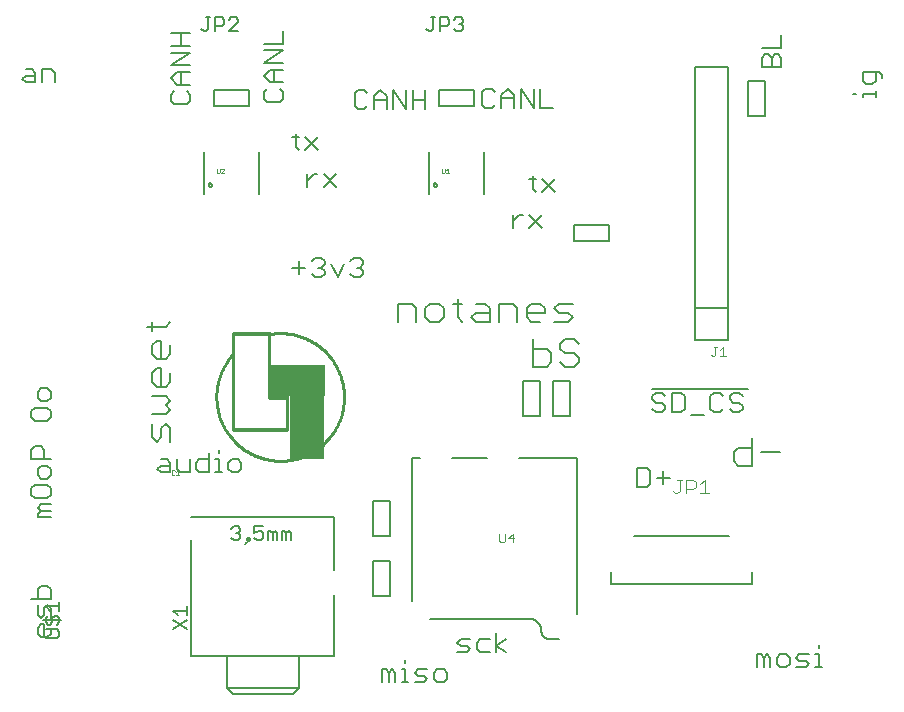
<source format=gto>
G75*
%MOIN*%
%OFA0B0*%
%FSLAX25Y25*%
%IPPOS*%
%LPD*%
%AMOC8*
5,1,8,0,0,1.08239X$1,22.5*
%
%ADD10C,0.01000*%
%ADD11R,0.12400X0.00200*%
%ADD12R,0.00200X0.00200*%
%ADD13R,0.11600X0.00200*%
%ADD14R,0.17800X0.00200*%
%ADD15R,0.18200X0.00200*%
%ADD16R,0.06400X0.00200*%
%ADD17R,0.18600X0.00200*%
%ADD18C,0.00600*%
%ADD19C,0.00800*%
%ADD20C,0.00500*%
%ADD21C,0.00300*%
%ADD22C,0.00400*%
%ADD23C,0.00100*%
D10*
X0077300Y0110979D02*
X0095300Y0110979D01*
X0095300Y0121479D01*
X0089300Y0121479D01*
X0089300Y0121979D02*
X0089300Y0142979D01*
X0077300Y0142979D01*
X0077300Y0110979D01*
X0077000Y0135879D02*
X0076661Y0135482D01*
X0076333Y0135077D01*
X0076014Y0134663D01*
X0075706Y0134242D01*
X0075408Y0133814D01*
X0075120Y0133378D01*
X0074844Y0132936D01*
X0074578Y0132487D01*
X0074323Y0132031D01*
X0074080Y0131570D01*
X0073848Y0131102D01*
X0073628Y0130629D01*
X0073419Y0130151D01*
X0073222Y0129668D01*
X0073037Y0129180D01*
X0072864Y0128687D01*
X0072703Y0128191D01*
X0072554Y0127691D01*
X0072418Y0127187D01*
X0072294Y0126680D01*
X0072182Y0126170D01*
X0072083Y0125658D01*
X0071997Y0125143D01*
X0071923Y0124627D01*
X0071862Y0124108D01*
X0071814Y0123589D01*
X0071778Y0123068D01*
X0071755Y0122547D01*
X0071746Y0122025D01*
X0071748Y0121503D01*
X0071764Y0120982D01*
X0071792Y0120461D01*
X0071833Y0119940D01*
X0071887Y0119421D01*
X0071954Y0118904D01*
X0072033Y0118388D01*
X0072125Y0117874D01*
X0072230Y0117363D01*
X0072347Y0116855D01*
X0072476Y0116349D01*
X0072618Y0115847D01*
X0072772Y0115348D01*
X0072938Y0114854D01*
X0073117Y0114363D01*
X0073307Y0113877D01*
X0073509Y0113396D01*
X0073723Y0112920D01*
X0073949Y0112450D01*
X0074186Y0111985D01*
X0074434Y0111526D01*
X0074693Y0111073D01*
X0074964Y0110627D01*
X0075245Y0110187D01*
X0075537Y0109755D01*
X0075840Y0109330D01*
X0076153Y0108912D01*
X0076476Y0108502D01*
X0076809Y0108100D01*
X0077152Y0107707D01*
X0077504Y0107322D01*
X0077866Y0106946D01*
X0078237Y0106579D01*
X0078616Y0106221D01*
X0079005Y0105872D01*
X0079401Y0105533D01*
X0079806Y0105204D01*
X0080219Y0104885D01*
X0080640Y0104576D01*
X0081068Y0104278D01*
X0081503Y0103990D01*
X0081945Y0103713D01*
X0082394Y0103446D01*
X0082849Y0103191D01*
X0083311Y0102947D01*
X0083778Y0102715D01*
X0084251Y0102494D01*
X0084729Y0102285D01*
X0085212Y0102087D01*
X0085700Y0101902D01*
X0086192Y0101728D01*
X0086688Y0101567D01*
X0087188Y0101417D01*
X0087691Y0101281D01*
X0088198Y0101156D01*
X0088708Y0101044D01*
X0089220Y0100944D01*
X0089735Y0100857D01*
X0090251Y0100783D01*
X0090769Y0100722D01*
X0091289Y0100673D01*
X0091810Y0100637D01*
X0092331Y0100613D01*
X0092853Y0100603D01*
X0093374Y0100605D01*
X0093896Y0100620D01*
X0094417Y0100648D01*
X0094937Y0100688D01*
X0095457Y0100742D01*
X0095974Y0100808D01*
X0096490Y0100887D01*
X0097004Y0100978D01*
X0097515Y0101082D01*
X0098024Y0101198D01*
X0098530Y0101327D01*
X0099032Y0101468D01*
X0099531Y0101622D01*
X0100026Y0101788D01*
X0100516Y0101965D01*
X0101002Y0102155D01*
X0101484Y0102357D01*
X0101960Y0102570D01*
X0102431Y0102795D01*
X0102896Y0103032D01*
X0103355Y0103280D01*
X0103808Y0103539D01*
X0104255Y0103809D01*
X0104694Y0104089D01*
X0105127Y0104381D01*
X0105553Y0104683D01*
X0105971Y0104996D01*
X0106381Y0105318D01*
X0106783Y0105651D01*
X0107177Y0105993D01*
X0107562Y0106345D01*
X0107939Y0106706D01*
X0108306Y0107077D01*
X0108665Y0107456D01*
X0109014Y0107844D01*
X0109353Y0108240D01*
X0109683Y0108645D01*
X0110002Y0109058D01*
X0110311Y0109478D01*
X0110610Y0109906D01*
X0110899Y0110341D01*
X0111176Y0110782D01*
X0111443Y0111231D01*
X0111699Y0111686D01*
X0111943Y0112147D01*
X0112176Y0112614D01*
X0112397Y0113087D01*
X0112607Y0113564D01*
X0112805Y0114047D01*
X0112991Y0114535D01*
X0113165Y0115027D01*
X0113327Y0115523D01*
X0113477Y0116023D01*
X0113615Y0116526D01*
X0113740Y0117033D01*
X0113852Y0117542D01*
X0113952Y0118054D01*
X0114040Y0118569D01*
X0114115Y0119085D01*
X0114177Y0119603D01*
X0114226Y0120123D01*
X0114263Y0120643D01*
X0114287Y0121165D01*
X0114298Y0121686D01*
X0114296Y0122208D01*
X0114282Y0122730D01*
X0114255Y0123251D01*
X0114215Y0123771D01*
X0114162Y0124290D01*
X0114096Y0124808D01*
X0114018Y0125324D01*
X0113927Y0125838D01*
X0113824Y0126350D01*
X0113708Y0126858D01*
X0113580Y0127364D01*
X0113439Y0127867D01*
X0113286Y0128366D01*
X0113121Y0128861D01*
X0112944Y0129351D01*
X0112754Y0129838D01*
X0112553Y0130319D01*
X0112340Y0130796D01*
X0112116Y0131267D01*
X0111880Y0131732D01*
X0111633Y0132192D01*
X0111374Y0132645D01*
X0111105Y0133092D01*
X0110824Y0133532D01*
X0110533Y0133965D01*
X0110231Y0134391D01*
X0109919Y0134809D01*
X0109597Y0135220D01*
X0109265Y0135622D01*
X0108923Y0136016D01*
X0108572Y0136402D01*
X0108211Y0136779D01*
X0107841Y0137147D01*
X0107462Y0137506D01*
X0107074Y0137855D01*
X0106678Y0138195D01*
X0106274Y0138525D01*
X0105862Y0138845D01*
X0105442Y0139155D01*
X0105015Y0139454D01*
X0104580Y0139743D01*
X0104138Y0140021D01*
X0103690Y0140288D01*
X0103235Y0140544D01*
X0102775Y0140789D01*
X0102308Y0141023D01*
X0101836Y0141245D01*
X0101358Y0141455D01*
X0100875Y0141654D01*
X0100388Y0141840D01*
X0099896Y0142015D01*
X0099400Y0142177D01*
X0098901Y0142328D01*
X0098397Y0142466D01*
X0097891Y0142591D01*
X0097382Y0142705D01*
X0096870Y0142805D01*
X0096355Y0142893D01*
X0095839Y0142969D01*
X0095321Y0143031D01*
X0094801Y0143081D01*
X0094281Y0143119D01*
X0093760Y0143143D01*
X0093238Y0143155D01*
X0092716Y0143154D01*
X0092194Y0143140D01*
X0091673Y0143113D01*
X0091153Y0143074D01*
X0090634Y0143022D01*
X0090116Y0142957D01*
X0089600Y0142879D01*
D11*
X0083500Y0143079D03*
D12*
X0077400Y0142879D03*
X0077400Y0142679D03*
X0077400Y0142479D03*
X0077400Y0142279D03*
X0077400Y0142079D03*
X0077400Y0141879D03*
X0077400Y0141679D03*
X0077400Y0141479D03*
X0077400Y0141279D03*
X0077400Y0141079D03*
X0077400Y0140879D03*
X0077400Y0140679D03*
X0077400Y0140479D03*
X0077400Y0140279D03*
X0077400Y0140079D03*
X0077400Y0139879D03*
X0077400Y0139679D03*
X0077400Y0139479D03*
X0077400Y0139279D03*
X0077400Y0139079D03*
X0077400Y0138879D03*
X0077400Y0138679D03*
X0077400Y0138479D03*
X0077400Y0138279D03*
X0077400Y0138079D03*
X0077400Y0137879D03*
X0077400Y0137679D03*
X0077400Y0137479D03*
X0077400Y0137279D03*
X0077400Y0137079D03*
X0077400Y0136879D03*
X0077400Y0136679D03*
X0077400Y0136479D03*
X0077400Y0136279D03*
X0077400Y0136079D03*
X0077400Y0135879D03*
X0077400Y0135679D03*
X0077400Y0135479D03*
X0077400Y0135279D03*
X0077400Y0135079D03*
X0077400Y0134879D03*
X0077400Y0134679D03*
X0077400Y0134479D03*
X0077400Y0134279D03*
X0077400Y0134079D03*
X0077400Y0133879D03*
X0077400Y0133679D03*
X0077400Y0133479D03*
X0077400Y0133279D03*
X0077400Y0133079D03*
X0077400Y0132879D03*
X0077400Y0132679D03*
X0077400Y0132479D03*
X0077400Y0132279D03*
X0077400Y0132079D03*
X0077400Y0131879D03*
X0077400Y0131679D03*
X0077400Y0131479D03*
X0077400Y0131279D03*
X0077400Y0131079D03*
X0077400Y0130879D03*
X0077400Y0130679D03*
X0077400Y0130479D03*
X0077400Y0130279D03*
X0077400Y0130079D03*
X0077400Y0129879D03*
X0077400Y0129679D03*
X0077400Y0129479D03*
X0077400Y0129279D03*
X0077400Y0129079D03*
X0077400Y0128879D03*
X0077400Y0128679D03*
X0077400Y0128479D03*
X0077400Y0128279D03*
X0077400Y0128079D03*
X0077400Y0127879D03*
X0077400Y0127679D03*
X0077400Y0127479D03*
X0077400Y0127279D03*
X0077400Y0127079D03*
X0077400Y0126879D03*
X0077400Y0126679D03*
X0077400Y0126479D03*
X0077400Y0126279D03*
X0077400Y0126079D03*
X0077400Y0125879D03*
X0077400Y0125679D03*
X0077400Y0125479D03*
X0077400Y0125279D03*
X0077400Y0125079D03*
X0077400Y0124879D03*
X0077400Y0124679D03*
X0077400Y0124479D03*
X0077400Y0124279D03*
X0077400Y0124079D03*
X0077400Y0123879D03*
X0077400Y0123679D03*
X0077400Y0123479D03*
X0077400Y0123279D03*
X0077400Y0123079D03*
X0077400Y0122879D03*
X0077400Y0122679D03*
X0077400Y0122479D03*
X0077400Y0122279D03*
X0077400Y0122079D03*
X0077400Y0121879D03*
X0077400Y0121679D03*
X0077400Y0121479D03*
X0077400Y0121279D03*
X0077400Y0121079D03*
X0077400Y0120879D03*
X0077400Y0120679D03*
X0077400Y0120479D03*
X0077400Y0120279D03*
X0077400Y0120079D03*
X0077400Y0119879D03*
X0077400Y0119679D03*
X0077400Y0119479D03*
X0077400Y0119279D03*
X0077400Y0119079D03*
X0077400Y0118879D03*
X0077400Y0118679D03*
X0077400Y0118479D03*
X0077400Y0118279D03*
X0077400Y0118079D03*
X0077400Y0117879D03*
X0077400Y0117679D03*
X0077400Y0117479D03*
X0077400Y0117279D03*
X0077400Y0117079D03*
X0077400Y0116879D03*
X0077400Y0116679D03*
X0077400Y0116479D03*
X0077400Y0116279D03*
X0077400Y0116079D03*
X0077400Y0115879D03*
X0077400Y0115679D03*
X0077400Y0115479D03*
X0077400Y0115279D03*
X0077400Y0115079D03*
X0077400Y0114879D03*
X0077400Y0114679D03*
X0077400Y0114479D03*
X0077400Y0114279D03*
X0077400Y0114079D03*
X0077400Y0113879D03*
X0077400Y0113679D03*
X0077400Y0113479D03*
X0077400Y0113279D03*
X0077400Y0113079D03*
X0077400Y0112879D03*
X0077400Y0112679D03*
X0077400Y0112479D03*
X0077400Y0112279D03*
X0077400Y0112079D03*
X0077400Y0111879D03*
X0077400Y0111679D03*
X0077400Y0111479D03*
X0089600Y0122279D03*
X0089600Y0122479D03*
X0089600Y0122679D03*
X0089600Y0122879D03*
X0089600Y0123079D03*
X0089600Y0123279D03*
X0089600Y0123479D03*
X0089600Y0123679D03*
X0089600Y0123879D03*
X0089600Y0124079D03*
X0089600Y0124279D03*
X0089600Y0124479D03*
X0089600Y0124679D03*
X0089600Y0124879D03*
X0089600Y0125079D03*
X0089600Y0125279D03*
X0089600Y0125479D03*
X0089600Y0125679D03*
X0089600Y0125879D03*
X0089600Y0126079D03*
X0089600Y0126279D03*
X0089600Y0126479D03*
X0089600Y0126679D03*
X0089600Y0126879D03*
X0089600Y0127079D03*
X0089600Y0127279D03*
X0089600Y0127479D03*
X0089600Y0127679D03*
X0089600Y0127879D03*
X0089600Y0128079D03*
X0089600Y0128279D03*
X0089600Y0128479D03*
X0089600Y0128679D03*
X0089600Y0128879D03*
X0089600Y0129079D03*
X0089600Y0129279D03*
X0089600Y0129479D03*
X0089600Y0129679D03*
X0089600Y0129879D03*
X0089600Y0130079D03*
X0089600Y0130279D03*
X0089600Y0130479D03*
X0089600Y0130679D03*
X0089600Y0130879D03*
X0089600Y0131079D03*
X0089600Y0131279D03*
X0089600Y0131479D03*
X0089600Y0131679D03*
X0089600Y0131879D03*
X0089600Y0132079D03*
X0089600Y0132279D03*
X0089600Y0132479D03*
X0089600Y0132679D03*
X0089600Y0132879D03*
X0089600Y0133079D03*
X0089600Y0133279D03*
X0089600Y0133479D03*
X0089600Y0133679D03*
X0089600Y0133879D03*
X0089600Y0134079D03*
X0089600Y0134279D03*
X0089600Y0134479D03*
X0089600Y0134679D03*
X0089600Y0134879D03*
X0089600Y0135079D03*
X0089600Y0135279D03*
X0089600Y0135479D03*
X0089600Y0135679D03*
X0089600Y0135879D03*
X0089600Y0136079D03*
X0089600Y0136279D03*
X0089600Y0136479D03*
X0089600Y0136679D03*
X0089600Y0136879D03*
X0089600Y0137079D03*
X0089600Y0137279D03*
X0089600Y0137479D03*
X0089600Y0137679D03*
X0089600Y0137879D03*
X0089600Y0138079D03*
X0089600Y0138279D03*
X0089600Y0138479D03*
X0089600Y0138679D03*
X0089600Y0138879D03*
X0089600Y0139079D03*
X0089600Y0139279D03*
X0089600Y0139479D03*
X0089600Y0139679D03*
X0089600Y0139879D03*
X0089600Y0140079D03*
X0089600Y0140279D03*
X0089600Y0140479D03*
X0089600Y0140679D03*
X0089600Y0140879D03*
X0089600Y0141079D03*
X0089600Y0141279D03*
X0089600Y0141479D03*
X0089600Y0141679D03*
X0089600Y0141879D03*
X0089600Y0142079D03*
X0089600Y0142279D03*
X0089600Y0142479D03*
X0089600Y0142679D03*
X0089600Y0142879D03*
X0095800Y0121679D03*
X0095800Y0121479D03*
X0095800Y0121279D03*
X0095800Y0121079D03*
X0095800Y0120879D03*
X0095800Y0120679D03*
X0095800Y0120479D03*
X0095800Y0120279D03*
X0095800Y0120079D03*
X0095800Y0119879D03*
X0095800Y0119679D03*
X0095800Y0119479D03*
X0095800Y0119279D03*
X0095800Y0119079D03*
X0095800Y0118879D03*
X0095800Y0118679D03*
X0095800Y0118479D03*
X0095800Y0118279D03*
X0095800Y0118079D03*
X0095800Y0117879D03*
X0095800Y0117679D03*
X0095800Y0117479D03*
X0095800Y0117279D03*
X0095800Y0117079D03*
X0095800Y0116879D03*
X0095800Y0116679D03*
X0095800Y0116479D03*
X0095800Y0116279D03*
X0095800Y0116079D03*
X0095800Y0115879D03*
X0095800Y0115679D03*
X0095800Y0115479D03*
X0095800Y0115279D03*
X0095800Y0115079D03*
X0095800Y0114879D03*
X0095800Y0114679D03*
X0095800Y0114479D03*
X0095800Y0114279D03*
X0095800Y0114079D03*
X0095800Y0113879D03*
X0095800Y0113679D03*
X0095800Y0113479D03*
X0095800Y0113279D03*
X0095800Y0113079D03*
X0095800Y0112879D03*
X0095800Y0112679D03*
X0095800Y0112479D03*
X0095800Y0112279D03*
X0095800Y0112079D03*
X0095800Y0111879D03*
X0095800Y0111679D03*
X0095800Y0111479D03*
D13*
X0101900Y0111479D03*
X0101900Y0111679D03*
X0101900Y0111879D03*
X0101900Y0112079D03*
X0101900Y0112279D03*
X0101900Y0112479D03*
X0101900Y0112679D03*
X0101900Y0112879D03*
X0101900Y0113079D03*
X0101900Y0113279D03*
X0101900Y0113479D03*
X0101900Y0113679D03*
X0101900Y0113879D03*
X0101900Y0114079D03*
X0101900Y0114279D03*
X0101900Y0114479D03*
X0101900Y0114679D03*
X0101900Y0114879D03*
X0101900Y0115079D03*
X0101900Y0115279D03*
X0101900Y0115479D03*
X0101900Y0115679D03*
X0101900Y0115879D03*
X0101900Y0116079D03*
X0101900Y0116279D03*
X0101900Y0116479D03*
X0101900Y0116679D03*
X0101900Y0116879D03*
X0101900Y0117079D03*
X0101900Y0117279D03*
X0101900Y0117479D03*
X0101900Y0117679D03*
X0101900Y0117879D03*
X0101900Y0118079D03*
X0101900Y0118279D03*
X0101900Y0118479D03*
X0101900Y0118679D03*
X0101900Y0118879D03*
X0101900Y0119079D03*
X0101900Y0119279D03*
X0101900Y0119479D03*
X0101900Y0119679D03*
X0101900Y0119879D03*
X0101900Y0120079D03*
X0101900Y0120279D03*
X0101900Y0120479D03*
X0101900Y0120679D03*
X0101900Y0120879D03*
X0101900Y0121079D03*
X0101900Y0121279D03*
X0101900Y0121479D03*
X0101900Y0121679D03*
X0101900Y0121879D03*
X0101900Y0111279D03*
X0101900Y0111079D03*
X0101900Y0110879D03*
X0101900Y0110679D03*
X0101900Y0110479D03*
X0101900Y0110279D03*
X0101900Y0110079D03*
X0101900Y0109879D03*
X0101900Y0109679D03*
X0101900Y0109479D03*
X0101900Y0109279D03*
X0101900Y0109079D03*
X0101900Y0108879D03*
X0101900Y0108679D03*
X0101900Y0108479D03*
X0101900Y0108279D03*
X0101900Y0108079D03*
X0101900Y0107879D03*
X0101900Y0107679D03*
X0101900Y0107479D03*
X0101900Y0107279D03*
X0101900Y0107079D03*
X0101900Y0106879D03*
X0101900Y0106679D03*
X0101900Y0106479D03*
X0101900Y0106279D03*
X0101900Y0106079D03*
X0101900Y0105879D03*
X0101900Y0105679D03*
X0101900Y0105479D03*
X0101900Y0105279D03*
X0101900Y0105079D03*
X0101900Y0104879D03*
X0101900Y0104679D03*
X0101900Y0104479D03*
X0101900Y0104279D03*
X0101900Y0104079D03*
X0101900Y0103879D03*
X0101900Y0103679D03*
X0101900Y0103479D03*
X0101900Y0103279D03*
X0101900Y0103079D03*
X0101900Y0102879D03*
X0101900Y0102679D03*
X0101900Y0102479D03*
X0101900Y0102279D03*
X0101900Y0102079D03*
X0101900Y0101879D03*
X0101900Y0101679D03*
X0101900Y0101479D03*
X0101900Y0101279D03*
X0101900Y0101079D03*
X0083500Y0142879D03*
D14*
X0098800Y0132079D03*
X0098800Y0131879D03*
X0098800Y0131679D03*
X0098800Y0131479D03*
X0098800Y0131279D03*
X0098800Y0131079D03*
X0098800Y0130879D03*
X0098800Y0130679D03*
X0098800Y0130479D03*
X0098800Y0130279D03*
X0098800Y0130079D03*
X0098800Y0129879D03*
X0098800Y0129679D03*
X0098800Y0129479D03*
X0098800Y0129279D03*
X0098800Y0129079D03*
X0098800Y0128879D03*
X0098800Y0128679D03*
X0098800Y0128479D03*
X0098800Y0128279D03*
X0098800Y0128079D03*
X0098800Y0127879D03*
X0098800Y0127679D03*
X0098800Y0127479D03*
X0098800Y0127279D03*
X0098800Y0127079D03*
X0098800Y0126879D03*
X0098800Y0126679D03*
X0098800Y0126479D03*
X0098800Y0126279D03*
X0098800Y0126079D03*
X0098800Y0125879D03*
X0098800Y0125679D03*
X0098800Y0125479D03*
X0098800Y0125279D03*
X0098800Y0125079D03*
X0098800Y0124879D03*
X0098800Y0124679D03*
X0098800Y0124479D03*
X0098800Y0124279D03*
X0098800Y0124079D03*
X0098800Y0123879D03*
X0098800Y0123679D03*
X0098800Y0123479D03*
X0098800Y0123279D03*
X0098800Y0123079D03*
X0098800Y0122879D03*
X0098800Y0122679D03*
X0098800Y0122479D03*
X0098800Y0122279D03*
D15*
X0098600Y0122079D03*
D16*
X0092700Y0121879D03*
D17*
X0086600Y0111279D03*
X0086600Y0111079D03*
D18*
X0013297Y0041779D02*
X0012230Y0042846D01*
X0012230Y0044981D01*
X0013297Y0046049D01*
X0014365Y0046049D01*
X0014365Y0041779D01*
X0015432Y0041779D02*
X0013297Y0041779D01*
X0015432Y0041779D02*
X0016500Y0042846D01*
X0016500Y0044981D01*
X0016500Y0048224D02*
X0016500Y0051427D01*
X0015432Y0052495D01*
X0014365Y0051427D01*
X0014365Y0049292D01*
X0013297Y0048224D01*
X0012230Y0049292D01*
X0012230Y0052495D01*
X0012230Y0054670D02*
X0012230Y0057872D01*
X0013297Y0058940D01*
X0015432Y0058940D01*
X0016500Y0057872D01*
X0016500Y0054670D01*
X0010095Y0054670D01*
X0012230Y0081779D02*
X0012230Y0082846D01*
X0013297Y0083914D01*
X0012230Y0084981D01*
X0013297Y0086049D01*
X0016500Y0086049D01*
X0016500Y0083914D02*
X0013297Y0083914D01*
X0012230Y0081779D02*
X0016500Y0081779D01*
X0015432Y0088224D02*
X0011162Y0088224D01*
X0010095Y0089292D01*
X0010095Y0091427D01*
X0011162Y0092495D01*
X0015432Y0092495D01*
X0016500Y0091427D01*
X0016500Y0089292D01*
X0015432Y0088224D01*
X0015432Y0094670D02*
X0013297Y0094670D01*
X0012230Y0095737D01*
X0012230Y0097872D01*
X0013297Y0098940D01*
X0015432Y0098940D01*
X0016500Y0097872D01*
X0016500Y0095737D01*
X0015432Y0094670D01*
X0014365Y0101115D02*
X0014365Y0104318D01*
X0013297Y0105386D01*
X0011162Y0105386D01*
X0010095Y0104318D01*
X0010095Y0101115D01*
X0016500Y0101115D01*
X0015432Y0114006D02*
X0011162Y0114006D01*
X0010095Y0115074D01*
X0010095Y0117209D01*
X0011162Y0118277D01*
X0015432Y0118277D01*
X0016500Y0117209D01*
X0016500Y0115074D01*
X0015432Y0114006D01*
X0015432Y0120452D02*
X0013297Y0120452D01*
X0012230Y0121519D01*
X0012230Y0123654D01*
X0013297Y0124722D01*
X0015432Y0124722D01*
X0016500Y0123654D01*
X0016500Y0121519D01*
X0015432Y0120452D01*
X0053168Y0101049D02*
X0055303Y0101049D01*
X0056370Y0099981D01*
X0056370Y0096779D01*
X0053168Y0096779D01*
X0052100Y0097846D01*
X0053168Y0098914D01*
X0056370Y0098914D01*
X0058545Y0097846D02*
X0059613Y0096779D01*
X0062816Y0096779D01*
X0062816Y0101049D01*
X0064991Y0099981D02*
X0066059Y0101049D01*
X0069261Y0101049D01*
X0069261Y0103184D02*
X0069261Y0096779D01*
X0066059Y0096779D01*
X0064991Y0097846D01*
X0064991Y0099981D01*
X0058545Y0101049D02*
X0058545Y0097846D01*
X0071436Y0096779D02*
X0073572Y0096779D01*
X0072504Y0096779D02*
X0072504Y0101049D01*
X0071436Y0101049D01*
X0072504Y0103184D02*
X0072504Y0104252D01*
X0075733Y0099981D02*
X0076801Y0101049D01*
X0078936Y0101049D01*
X0080004Y0099981D01*
X0080004Y0097846D01*
X0078936Y0096779D01*
X0076801Y0096779D01*
X0075733Y0097846D01*
X0075733Y0099981D01*
X0063406Y0081802D02*
X0063406Y0081794D01*
X0063406Y0081802D02*
X0110981Y0081802D01*
X0110981Y0064294D01*
X0110981Y0055794D02*
X0110981Y0035644D01*
X0099194Y0035644D01*
X0075194Y0035644D01*
X0063406Y0035644D01*
X0063406Y0074294D01*
X0075194Y0035644D02*
X0075194Y0024825D01*
X0099194Y0024825D01*
X0097194Y0022825D01*
X0077194Y0022825D01*
X0075194Y0024825D01*
X0099194Y0024825D02*
X0099194Y0035644D01*
X0127100Y0031049D02*
X0127100Y0026779D01*
X0129235Y0026779D02*
X0129235Y0029981D01*
X0130303Y0031049D01*
X0131370Y0029981D01*
X0131370Y0026779D01*
X0133545Y0026779D02*
X0135681Y0026779D01*
X0134613Y0026779D02*
X0134613Y0031049D01*
X0133545Y0031049D01*
X0134613Y0033184D02*
X0134613Y0034252D01*
X0137842Y0029981D02*
X0138910Y0031049D01*
X0142113Y0031049D01*
X0141045Y0028914D02*
X0138910Y0028914D01*
X0137842Y0029981D01*
X0137842Y0026779D02*
X0141045Y0026779D01*
X0142113Y0027846D01*
X0141045Y0028914D01*
X0144288Y0029981D02*
X0145356Y0031049D01*
X0147491Y0031049D01*
X0148558Y0029981D01*
X0148558Y0027846D01*
X0147491Y0026779D01*
X0145356Y0026779D01*
X0144288Y0027846D01*
X0144288Y0029981D01*
X0152100Y0036779D02*
X0155303Y0036779D01*
X0156370Y0037846D01*
X0155303Y0038914D01*
X0153168Y0038914D01*
X0152100Y0039981D01*
X0153168Y0041049D01*
X0156370Y0041049D01*
X0158545Y0039981D02*
X0158545Y0037846D01*
X0159613Y0036779D01*
X0162816Y0036779D01*
X0164991Y0036779D02*
X0164991Y0043184D01*
X0162816Y0041049D02*
X0159613Y0041049D01*
X0158545Y0039981D01*
X0164991Y0038914D02*
X0168194Y0041049D01*
X0164991Y0038914D02*
X0168194Y0036779D01*
X0129235Y0029981D02*
X0128168Y0031049D01*
X0127100Y0031049D01*
X0212100Y0091779D02*
X0215303Y0091779D01*
X0216370Y0092846D01*
X0216370Y0097117D01*
X0215303Y0098184D01*
X0212100Y0098184D01*
X0212100Y0091779D01*
X0218545Y0094981D02*
X0222816Y0094981D01*
X0220681Y0092846D02*
X0220681Y0097117D01*
X0220303Y0116779D02*
X0218168Y0116779D01*
X0217100Y0117846D01*
X0218168Y0119981D02*
X0220303Y0119981D01*
X0221370Y0118914D01*
X0221370Y0117846D01*
X0220303Y0116779D01*
X0223545Y0116779D02*
X0226748Y0116779D01*
X0227816Y0117846D01*
X0227816Y0122117D01*
X0226748Y0123184D01*
X0223545Y0123184D01*
X0223545Y0116779D01*
X0218168Y0119981D02*
X0217100Y0121049D01*
X0217100Y0122117D01*
X0218168Y0123184D01*
X0220303Y0123184D01*
X0221370Y0122117D01*
X0216800Y0124379D02*
X0249028Y0124379D01*
X0247152Y0122117D02*
X0246085Y0123184D01*
X0243950Y0123184D01*
X0242882Y0122117D01*
X0242882Y0121049D01*
X0243950Y0119981D01*
X0246085Y0119981D01*
X0247152Y0118914D01*
X0247152Y0117846D01*
X0246085Y0116779D01*
X0243950Y0116779D01*
X0242882Y0117846D01*
X0240707Y0117846D02*
X0239639Y0116779D01*
X0237504Y0116779D01*
X0236436Y0117846D01*
X0236436Y0122117D01*
X0237504Y0123184D01*
X0239639Y0123184D01*
X0240707Y0122117D01*
X0234261Y0115711D02*
X0229991Y0115711D01*
X0180242Y0178279D02*
X0175971Y0182549D01*
X0173803Y0182549D02*
X0172735Y0182549D01*
X0170600Y0180414D01*
X0170600Y0178279D02*
X0170600Y0182549D01*
X0175971Y0178279D02*
X0180242Y0182549D01*
X0180397Y0190279D02*
X0184667Y0194549D01*
X0180397Y0194549D02*
X0184667Y0190279D01*
X0178235Y0190279D02*
X0177168Y0191346D01*
X0177168Y0195617D01*
X0178235Y0194549D02*
X0176100Y0194549D01*
X0161099Y0189380D02*
X0161099Y0203577D01*
X0161386Y0218279D02*
X0163521Y0218279D01*
X0164588Y0219346D01*
X0166763Y0218279D02*
X0166763Y0222549D01*
X0168899Y0224684D01*
X0171034Y0222549D01*
X0171034Y0218279D01*
X0173209Y0218279D02*
X0173209Y0224684D01*
X0177479Y0218279D01*
X0177479Y0224684D01*
X0179654Y0224684D02*
X0179654Y0218279D01*
X0183925Y0218279D01*
X0171034Y0221481D02*
X0166763Y0221481D01*
X0164588Y0223617D02*
X0163521Y0224684D01*
X0161386Y0224684D01*
X0160318Y0223617D01*
X0160318Y0219346D01*
X0161386Y0218279D01*
X0141425Y0217779D02*
X0141425Y0224184D01*
X0141425Y0220981D02*
X0137154Y0220981D01*
X0137154Y0217779D02*
X0137154Y0224184D01*
X0134979Y0224184D02*
X0134979Y0217779D01*
X0130709Y0224184D01*
X0130709Y0217779D01*
X0128534Y0217779D02*
X0128534Y0222049D01*
X0126399Y0224184D01*
X0124263Y0222049D01*
X0124263Y0217779D01*
X0122088Y0218846D02*
X0121021Y0217779D01*
X0118886Y0217779D01*
X0117818Y0218846D01*
X0117818Y0223117D01*
X0118886Y0224184D01*
X0121021Y0224184D01*
X0122088Y0223117D01*
X0124263Y0220981D02*
X0128534Y0220981D01*
X0142501Y0203577D02*
X0142501Y0189380D01*
X0120707Y0167117D02*
X0120707Y0166049D01*
X0119639Y0164981D01*
X0120707Y0163914D01*
X0120707Y0162846D01*
X0119639Y0161779D01*
X0117504Y0161779D01*
X0116436Y0162846D01*
X0118572Y0164981D02*
X0119639Y0164981D01*
X0120707Y0167117D02*
X0119639Y0168184D01*
X0117504Y0168184D01*
X0116436Y0167117D01*
X0114261Y0166049D02*
X0112126Y0161779D01*
X0109991Y0166049D01*
X0107816Y0166049D02*
X0106748Y0164981D01*
X0107816Y0163914D01*
X0107816Y0162846D01*
X0106748Y0161779D01*
X0104613Y0161779D01*
X0103545Y0162846D01*
X0105681Y0164981D02*
X0106748Y0164981D01*
X0107816Y0166049D02*
X0107816Y0167117D01*
X0106748Y0168184D01*
X0104613Y0168184D01*
X0103545Y0167117D01*
X0101370Y0164981D02*
X0097100Y0164981D01*
X0099235Y0162846D02*
X0099235Y0167117D01*
X0086099Y0189380D02*
X0086099Y0203577D01*
X0097100Y0208549D02*
X0099235Y0208549D01*
X0098168Y0209617D02*
X0098168Y0205346D01*
X0099235Y0204279D01*
X0101397Y0204279D02*
X0105667Y0208549D01*
X0101397Y0208549D02*
X0105667Y0204279D01*
X0105303Y0196049D02*
X0104235Y0196049D01*
X0102100Y0193914D01*
X0102100Y0191779D02*
X0102100Y0196049D01*
X0107471Y0196049D02*
X0111742Y0191779D01*
X0111742Y0196049D02*
X0107471Y0191779D01*
X0092932Y0220279D02*
X0088662Y0220279D01*
X0087595Y0221346D01*
X0087595Y0223481D01*
X0088662Y0224549D01*
X0089730Y0226724D02*
X0087595Y0228859D01*
X0089730Y0230995D01*
X0094000Y0230995D01*
X0094000Y0233170D02*
X0087595Y0233170D01*
X0094000Y0237440D01*
X0087595Y0237440D01*
X0087595Y0239615D02*
X0094000Y0239615D01*
X0094000Y0243886D01*
X0090797Y0230995D02*
X0090797Y0226724D01*
X0089730Y0226724D02*
X0094000Y0226724D01*
X0092932Y0224549D02*
X0094000Y0223481D01*
X0094000Y0221346D01*
X0092932Y0220279D01*
X0067501Y0203577D02*
X0067501Y0189380D01*
X0061932Y0219497D02*
X0057662Y0219497D01*
X0056595Y0220564D01*
X0056595Y0222699D01*
X0057662Y0223767D01*
X0058730Y0225942D02*
X0056595Y0228077D01*
X0058730Y0230213D01*
X0063000Y0230213D01*
X0063000Y0232388D02*
X0056595Y0232388D01*
X0063000Y0236658D01*
X0056595Y0236658D01*
X0056595Y0238833D02*
X0063000Y0238833D01*
X0059797Y0238833D02*
X0059797Y0243104D01*
X0056595Y0243104D02*
X0063000Y0243104D01*
X0059797Y0230213D02*
X0059797Y0225942D01*
X0058730Y0225942D02*
X0063000Y0225942D01*
X0061932Y0223767D02*
X0063000Y0222699D01*
X0063000Y0220564D01*
X0061932Y0219497D01*
X0017816Y0226779D02*
X0017816Y0229981D01*
X0016748Y0231049D01*
X0013545Y0231049D01*
X0013545Y0226779D01*
X0011370Y0226779D02*
X0011370Y0229981D01*
X0010303Y0231049D01*
X0008168Y0231049D01*
X0008168Y0228914D02*
X0011370Y0228914D01*
X0011370Y0226779D02*
X0008168Y0226779D01*
X0007100Y0227846D01*
X0008168Y0228914D01*
X0253595Y0231779D02*
X0253595Y0234981D01*
X0254662Y0236049D01*
X0255730Y0236049D01*
X0256797Y0234981D01*
X0256797Y0231779D01*
X0253595Y0231779D02*
X0260000Y0231779D01*
X0260000Y0234981D01*
X0258932Y0236049D01*
X0257865Y0236049D01*
X0256797Y0234981D01*
X0253595Y0238224D02*
X0260000Y0238224D01*
X0260000Y0242495D01*
X0284027Y0222846D02*
X0285095Y0222846D01*
X0287230Y0222846D02*
X0291500Y0222846D01*
X0291500Y0221779D02*
X0291500Y0223914D01*
X0290432Y0226076D02*
X0291500Y0227143D01*
X0291500Y0230346D01*
X0292568Y0230346D02*
X0287230Y0230346D01*
X0287230Y0227143D01*
X0288297Y0226076D01*
X0290432Y0226076D01*
X0293635Y0228211D02*
X0293635Y0229278D01*
X0292568Y0230346D01*
X0287230Y0222846D02*
X0287230Y0221779D01*
X0272504Y0039252D02*
X0272504Y0038184D01*
X0272504Y0036049D02*
X0271436Y0036049D01*
X0272504Y0036049D02*
X0272504Y0031779D01*
X0271436Y0031779D02*
X0273572Y0031779D01*
X0269261Y0032846D02*
X0268194Y0033914D01*
X0266059Y0033914D01*
X0264991Y0034981D01*
X0266059Y0036049D01*
X0269261Y0036049D01*
X0269261Y0032846D02*
X0268194Y0031779D01*
X0264991Y0031779D01*
X0262816Y0032846D02*
X0262816Y0034981D01*
X0261748Y0036049D01*
X0259613Y0036049D01*
X0258545Y0034981D01*
X0258545Y0032846D01*
X0259613Y0031779D01*
X0261748Y0031779D01*
X0262816Y0032846D01*
X0256370Y0031779D02*
X0256370Y0034981D01*
X0255303Y0036049D01*
X0254235Y0034981D01*
X0254235Y0031779D01*
X0252100Y0031779D02*
X0252100Y0036049D01*
X0253168Y0036049D01*
X0254235Y0034981D01*
D19*
X0250422Y0059668D02*
X0250422Y0063605D01*
X0250422Y0059668D02*
X0203178Y0059668D01*
X0203178Y0063605D01*
X0211052Y0075416D02*
X0242548Y0075416D01*
X0245735Y0098879D02*
X0244200Y0100413D01*
X0244200Y0103483D01*
X0245735Y0105017D01*
X0250339Y0105017D01*
X0253408Y0103483D02*
X0259546Y0103483D01*
X0250339Y0108087D02*
X0250339Y0098879D01*
X0245735Y0098879D01*
X0191918Y0101479D02*
X0172627Y0101479D01*
X0161997Y0101479D02*
X0150186Y0101479D01*
X0139556Y0101479D02*
X0136800Y0101479D01*
X0136800Y0053841D01*
X0129500Y0055679D02*
X0124100Y0055679D01*
X0124100Y0067279D01*
X0129500Y0067279D01*
X0129500Y0055679D01*
X0143099Y0047935D02*
X0176170Y0047935D01*
X0176170Y0047936D02*
X0176296Y0047931D01*
X0176421Y0047922D01*
X0176546Y0047909D01*
X0176670Y0047892D01*
X0176794Y0047872D01*
X0176917Y0047848D01*
X0177039Y0047820D01*
X0177160Y0047788D01*
X0177280Y0047752D01*
X0177399Y0047713D01*
X0177517Y0047670D01*
X0177633Y0047623D01*
X0177748Y0047573D01*
X0177862Y0047519D01*
X0177973Y0047461D01*
X0178083Y0047401D01*
X0178190Y0047336D01*
X0178296Y0047269D01*
X0178400Y0047198D01*
X0178501Y0047124D01*
X0178600Y0047047D01*
X0178697Y0046967D01*
X0178791Y0046884D01*
X0178882Y0046799D01*
X0178971Y0046710D01*
X0179056Y0046619D01*
X0179139Y0046525D01*
X0179219Y0046428D01*
X0179296Y0046329D01*
X0179370Y0046228D01*
X0179441Y0046124D01*
X0179508Y0046018D01*
X0179573Y0045911D01*
X0179633Y0045801D01*
X0179691Y0045690D01*
X0179745Y0045576D01*
X0179795Y0045461D01*
X0179842Y0045345D01*
X0179885Y0045227D01*
X0179924Y0045108D01*
X0179960Y0044988D01*
X0179992Y0044867D01*
X0180020Y0044745D01*
X0180044Y0044622D01*
X0180064Y0044498D01*
X0180081Y0044374D01*
X0180094Y0044249D01*
X0180103Y0044124D01*
X0180108Y0043998D01*
X0180107Y0043999D02*
X0180101Y0043898D01*
X0180099Y0043798D01*
X0180101Y0043697D01*
X0180107Y0043597D01*
X0180117Y0043497D01*
X0180131Y0043397D01*
X0180149Y0043298D01*
X0180171Y0043200D01*
X0180196Y0043103D01*
X0180225Y0043006D01*
X0180258Y0042911D01*
X0180295Y0042818D01*
X0180336Y0042726D01*
X0180380Y0042635D01*
X0180427Y0042546D01*
X0180478Y0042460D01*
X0180532Y0042375D01*
X0180590Y0042292D01*
X0180650Y0042212D01*
X0180714Y0042135D01*
X0180781Y0042059D01*
X0180851Y0041987D01*
X0180923Y0041917D01*
X0180999Y0041850D01*
X0181076Y0041786D01*
X0181156Y0041726D01*
X0181239Y0041668D01*
X0181324Y0041614D01*
X0181410Y0041563D01*
X0181499Y0041516D01*
X0181590Y0041472D01*
X0181682Y0041431D01*
X0181775Y0041394D01*
X0181870Y0041361D01*
X0181967Y0041332D01*
X0182064Y0041307D01*
X0182162Y0041285D01*
X0182261Y0041267D01*
X0182361Y0041253D01*
X0182461Y0041243D01*
X0182561Y0041237D01*
X0182662Y0041235D01*
X0182762Y0041237D01*
X0182863Y0041243D01*
X0186013Y0041243D01*
X0191918Y0049510D02*
X0191918Y0101479D01*
X0189500Y0115679D02*
X0184100Y0115679D01*
X0184100Y0127279D01*
X0189500Y0127279D01*
X0189500Y0115679D01*
X0179500Y0115679D02*
X0174100Y0115679D01*
X0174100Y0127279D01*
X0179500Y0127279D01*
X0179500Y0115679D01*
X0177200Y0131879D02*
X0181804Y0131879D01*
X0183339Y0133413D01*
X0183339Y0136483D01*
X0181804Y0138017D01*
X0177200Y0138017D01*
X0177200Y0141087D02*
X0177200Y0131879D01*
X0186408Y0133413D02*
X0187942Y0131879D01*
X0191012Y0131879D01*
X0192546Y0133413D01*
X0192546Y0134948D01*
X0191012Y0136483D01*
X0187942Y0136483D01*
X0186408Y0138017D01*
X0186408Y0139552D01*
X0187942Y0141087D01*
X0191012Y0141087D01*
X0192546Y0139552D01*
X0188982Y0146879D02*
X0184378Y0146879D01*
X0185913Y0149948D02*
X0184378Y0151483D01*
X0185913Y0153017D01*
X0190516Y0153017D01*
X0188982Y0149948D02*
X0185913Y0149948D01*
X0188982Y0149948D02*
X0190516Y0148413D01*
X0188982Y0146879D01*
X0181309Y0149948D02*
X0175170Y0149948D01*
X0175170Y0148413D02*
X0175170Y0151483D01*
X0176705Y0153017D01*
X0179774Y0153017D01*
X0181309Y0151483D01*
X0181309Y0149948D01*
X0179774Y0146879D02*
X0176705Y0146879D01*
X0175170Y0148413D01*
X0172101Y0146879D02*
X0172101Y0151483D01*
X0170566Y0153017D01*
X0165962Y0153017D01*
X0165962Y0146879D01*
X0162893Y0146879D02*
X0158289Y0146879D01*
X0156754Y0148413D01*
X0158289Y0149948D01*
X0162893Y0149948D01*
X0162893Y0151483D02*
X0162893Y0146879D01*
X0162893Y0151483D02*
X0161358Y0153017D01*
X0158289Y0153017D01*
X0153685Y0153017D02*
X0150616Y0153017D01*
X0152150Y0154552D02*
X0152150Y0148413D01*
X0153685Y0146879D01*
X0147546Y0148413D02*
X0147546Y0151483D01*
X0146012Y0153017D01*
X0142942Y0153017D01*
X0141408Y0151483D01*
X0141408Y0148413D01*
X0142942Y0146879D01*
X0146012Y0146879D01*
X0147546Y0148413D01*
X0138339Y0146879D02*
X0138339Y0151483D01*
X0136804Y0153017D01*
X0132200Y0153017D01*
X0132200Y0146879D01*
X0144135Y0192579D02*
X0144137Y0192626D01*
X0144143Y0192673D01*
X0144153Y0192720D01*
X0144166Y0192765D01*
X0144184Y0192809D01*
X0144205Y0192851D01*
X0144229Y0192892D01*
X0144257Y0192930D01*
X0144288Y0192966D01*
X0144322Y0192999D01*
X0144358Y0193029D01*
X0144397Y0193056D01*
X0144438Y0193080D01*
X0144481Y0193100D01*
X0144525Y0193116D01*
X0144571Y0193129D01*
X0144617Y0193138D01*
X0144665Y0193143D01*
X0144712Y0193144D01*
X0144759Y0193141D01*
X0144806Y0193134D01*
X0144852Y0193123D01*
X0144897Y0193109D01*
X0144941Y0193090D01*
X0144982Y0193068D01*
X0145022Y0193043D01*
X0145060Y0193014D01*
X0145095Y0192983D01*
X0145128Y0192948D01*
X0145157Y0192911D01*
X0145183Y0192872D01*
X0145206Y0192830D01*
X0145225Y0192787D01*
X0145241Y0192742D01*
X0145253Y0192696D01*
X0145261Y0192650D01*
X0145265Y0192603D01*
X0145265Y0192555D01*
X0145261Y0192508D01*
X0145253Y0192462D01*
X0145241Y0192416D01*
X0145225Y0192371D01*
X0145206Y0192328D01*
X0145183Y0192286D01*
X0145157Y0192247D01*
X0145128Y0192210D01*
X0145095Y0192175D01*
X0145060Y0192144D01*
X0145022Y0192115D01*
X0144983Y0192090D01*
X0144941Y0192068D01*
X0144897Y0192049D01*
X0144852Y0192035D01*
X0144806Y0192024D01*
X0144759Y0192017D01*
X0144712Y0192014D01*
X0144665Y0192015D01*
X0144617Y0192020D01*
X0144571Y0192029D01*
X0144525Y0192042D01*
X0144481Y0192058D01*
X0144438Y0192078D01*
X0144397Y0192102D01*
X0144358Y0192129D01*
X0144322Y0192159D01*
X0144288Y0192192D01*
X0144257Y0192228D01*
X0144229Y0192266D01*
X0144205Y0192307D01*
X0144184Y0192349D01*
X0144166Y0192393D01*
X0144153Y0192438D01*
X0144143Y0192485D01*
X0144137Y0192532D01*
X0144135Y0192579D01*
X0146000Y0218779D02*
X0146000Y0224179D01*
X0157600Y0224179D01*
X0157600Y0218779D01*
X0146000Y0218779D01*
X0191000Y0179179D02*
X0202600Y0179179D01*
X0202600Y0173779D01*
X0191000Y0173779D01*
X0191000Y0179179D01*
X0249100Y0215679D02*
X0254500Y0215679D01*
X0254500Y0227279D01*
X0249100Y0227279D01*
X0249100Y0215679D01*
X0129500Y0087279D02*
X0124100Y0087279D01*
X0124100Y0075679D01*
X0129500Y0075679D01*
X0129500Y0087279D01*
X0056400Y0106879D02*
X0056400Y0111483D01*
X0054865Y0113017D01*
X0053331Y0111483D01*
X0053331Y0108413D01*
X0051796Y0106879D01*
X0050261Y0108413D01*
X0050261Y0113017D01*
X0050261Y0116087D02*
X0054865Y0116087D01*
X0056400Y0117621D01*
X0054865Y0119156D01*
X0056400Y0120691D01*
X0054865Y0122225D01*
X0050261Y0122225D01*
X0051796Y0125294D02*
X0050261Y0126829D01*
X0050261Y0129898D01*
X0051796Y0131433D01*
X0053331Y0131433D01*
X0053331Y0125294D01*
X0054865Y0125294D02*
X0051796Y0125294D01*
X0054865Y0125294D02*
X0056400Y0126829D01*
X0056400Y0129898D01*
X0054865Y0134502D02*
X0051796Y0134502D01*
X0050261Y0136037D01*
X0050261Y0139106D01*
X0051796Y0140641D01*
X0053331Y0140641D01*
X0053331Y0134502D01*
X0054865Y0134502D02*
X0056400Y0136037D01*
X0056400Y0139106D01*
X0054865Y0145245D02*
X0048727Y0145245D01*
X0050261Y0146779D02*
X0050261Y0143710D01*
X0054865Y0145245D02*
X0056400Y0146779D01*
X0069135Y0192579D02*
X0069137Y0192626D01*
X0069143Y0192673D01*
X0069153Y0192720D01*
X0069166Y0192765D01*
X0069184Y0192809D01*
X0069205Y0192851D01*
X0069229Y0192892D01*
X0069257Y0192930D01*
X0069288Y0192966D01*
X0069322Y0192999D01*
X0069358Y0193029D01*
X0069397Y0193056D01*
X0069438Y0193080D01*
X0069481Y0193100D01*
X0069525Y0193116D01*
X0069571Y0193129D01*
X0069617Y0193138D01*
X0069665Y0193143D01*
X0069712Y0193144D01*
X0069759Y0193141D01*
X0069806Y0193134D01*
X0069852Y0193123D01*
X0069897Y0193109D01*
X0069941Y0193090D01*
X0069982Y0193068D01*
X0070022Y0193043D01*
X0070060Y0193014D01*
X0070095Y0192983D01*
X0070128Y0192948D01*
X0070157Y0192911D01*
X0070183Y0192872D01*
X0070206Y0192830D01*
X0070225Y0192787D01*
X0070241Y0192742D01*
X0070253Y0192696D01*
X0070261Y0192650D01*
X0070265Y0192603D01*
X0070265Y0192555D01*
X0070261Y0192508D01*
X0070253Y0192462D01*
X0070241Y0192416D01*
X0070225Y0192371D01*
X0070206Y0192328D01*
X0070183Y0192286D01*
X0070157Y0192247D01*
X0070128Y0192210D01*
X0070095Y0192175D01*
X0070060Y0192144D01*
X0070022Y0192115D01*
X0069983Y0192090D01*
X0069941Y0192068D01*
X0069897Y0192049D01*
X0069852Y0192035D01*
X0069806Y0192024D01*
X0069759Y0192017D01*
X0069712Y0192014D01*
X0069665Y0192015D01*
X0069617Y0192020D01*
X0069571Y0192029D01*
X0069525Y0192042D01*
X0069481Y0192058D01*
X0069438Y0192078D01*
X0069397Y0192102D01*
X0069358Y0192129D01*
X0069322Y0192159D01*
X0069288Y0192192D01*
X0069257Y0192228D01*
X0069229Y0192266D01*
X0069205Y0192307D01*
X0069184Y0192349D01*
X0069166Y0192393D01*
X0069153Y0192438D01*
X0069143Y0192485D01*
X0069137Y0192532D01*
X0069135Y0192579D01*
X0071000Y0218779D02*
X0071000Y0224179D01*
X0082600Y0224179D01*
X0082600Y0218779D01*
X0071000Y0218779D01*
D20*
X0071354Y0243929D02*
X0071354Y0248433D01*
X0073606Y0248433D01*
X0074356Y0247682D01*
X0074356Y0246181D01*
X0073606Y0245430D01*
X0071354Y0245430D01*
X0069002Y0244679D02*
X0069002Y0248433D01*
X0068251Y0248433D02*
X0069753Y0248433D01*
X0069002Y0244679D02*
X0068251Y0243929D01*
X0067501Y0243929D01*
X0066750Y0244679D01*
X0075958Y0243929D02*
X0078960Y0246931D01*
X0078960Y0247682D01*
X0078210Y0248433D01*
X0076708Y0248433D01*
X0075958Y0247682D01*
X0075958Y0243929D02*
X0078960Y0243929D01*
X0141750Y0244679D02*
X0142501Y0243929D01*
X0143251Y0243929D01*
X0144002Y0244679D01*
X0144002Y0248433D01*
X0143251Y0248433D02*
X0144753Y0248433D01*
X0146354Y0248433D02*
X0146354Y0243929D01*
X0146354Y0245430D02*
X0148606Y0245430D01*
X0149356Y0246181D01*
X0149356Y0247682D01*
X0148606Y0248433D01*
X0146354Y0248433D01*
X0150958Y0247682D02*
X0151708Y0248433D01*
X0153210Y0248433D01*
X0153960Y0247682D01*
X0153960Y0246931D01*
X0153210Y0246181D01*
X0153960Y0245430D01*
X0153960Y0244679D01*
X0153210Y0243929D01*
X0151708Y0243929D01*
X0150958Y0244679D01*
X0152459Y0246181D02*
X0153210Y0246181D01*
X0231367Y0231872D02*
X0242391Y0231872D01*
X0242391Y0151557D01*
X0231367Y0151557D01*
X0231367Y0231872D01*
X0231367Y0151557D02*
X0231367Y0140928D01*
X0241209Y0140928D01*
X0242391Y0140928D01*
X0242391Y0151557D01*
X0241997Y0140928D02*
X0241209Y0140928D01*
X0096594Y0076461D02*
X0096594Y0074209D01*
X0095093Y0074209D02*
X0095093Y0076461D01*
X0095844Y0077212D01*
X0096594Y0076461D01*
X0095093Y0076461D02*
X0094342Y0077212D01*
X0093592Y0077212D01*
X0093592Y0074209D01*
X0091990Y0074209D02*
X0091990Y0076461D01*
X0091240Y0077212D01*
X0090489Y0076461D01*
X0090489Y0074209D01*
X0088988Y0074209D02*
X0088988Y0077212D01*
X0089738Y0077212D01*
X0090489Y0076461D01*
X0087386Y0076461D02*
X0087386Y0074960D01*
X0086636Y0074209D01*
X0085134Y0074209D01*
X0084384Y0074960D01*
X0084384Y0076461D02*
X0085885Y0077212D01*
X0086636Y0077212D01*
X0087386Y0076461D01*
X0087386Y0078713D02*
X0084384Y0078713D01*
X0084384Y0076461D01*
X0082816Y0074960D02*
X0082065Y0074960D01*
X0082065Y0074209D01*
X0082816Y0074209D01*
X0082816Y0074960D01*
X0082816Y0074209D02*
X0081315Y0072708D01*
X0079713Y0074960D02*
X0078963Y0074209D01*
X0077461Y0074209D01*
X0076711Y0074960D01*
X0078212Y0076461D02*
X0078963Y0076461D01*
X0079713Y0075710D01*
X0079713Y0074960D01*
X0078963Y0076461D02*
X0079713Y0077212D01*
X0079713Y0077962D01*
X0078963Y0078713D01*
X0077461Y0078713D01*
X0076711Y0077962D01*
X0061944Y0052150D02*
X0061944Y0049148D01*
X0061944Y0050649D02*
X0057440Y0050649D01*
X0058941Y0049148D01*
X0057440Y0047546D02*
X0061944Y0044544D01*
X0061944Y0047546D02*
X0057440Y0044544D01*
X0020101Y0047534D02*
X0014096Y0047534D01*
X0014846Y0046783D02*
X0014846Y0048285D01*
X0015597Y0049035D01*
X0017098Y0048285D02*
X0017098Y0046783D01*
X0016347Y0046033D01*
X0015597Y0046033D01*
X0014846Y0046783D01*
X0014846Y0044431D02*
X0018599Y0044431D01*
X0019350Y0043681D01*
X0019350Y0042179D01*
X0018599Y0041429D01*
X0014846Y0041429D01*
X0018599Y0046033D02*
X0019350Y0046783D01*
X0019350Y0048285D01*
X0018599Y0049035D01*
X0017849Y0049035D01*
X0017098Y0048285D01*
X0016347Y0050637D02*
X0014846Y0052138D01*
X0019350Y0052138D01*
X0019350Y0050637D02*
X0019350Y0053639D01*
D21*
X0166057Y0073912D02*
X0166541Y0073429D01*
X0167508Y0073429D01*
X0167992Y0073912D01*
X0167992Y0076331D01*
X0169003Y0074880D02*
X0170938Y0074880D01*
X0170455Y0073429D02*
X0170455Y0076331D01*
X0169003Y0074880D01*
X0166057Y0073912D02*
X0166057Y0076331D01*
X0236648Y0135999D02*
X0237131Y0135515D01*
X0237615Y0135515D01*
X0238099Y0135999D01*
X0238099Y0138418D01*
X0238582Y0138418D02*
X0237615Y0138418D01*
X0239594Y0137450D02*
X0240562Y0138418D01*
X0240562Y0135515D01*
X0241529Y0135515D02*
X0239594Y0135515D01*
D22*
X0234561Y0094314D02*
X0234561Y0089710D01*
X0236095Y0089710D02*
X0233026Y0089710D01*
X0230724Y0091245D02*
X0228422Y0091245D01*
X0228422Y0089710D02*
X0228422Y0094314D01*
X0230724Y0094314D01*
X0231491Y0093547D01*
X0231491Y0092012D01*
X0230724Y0091245D01*
X0233026Y0092780D02*
X0234561Y0094314D01*
X0226887Y0094314D02*
X0225353Y0094314D01*
X0226120Y0094314D02*
X0226120Y0090478D01*
X0225353Y0089710D01*
X0224585Y0089710D01*
X0223818Y0090478D01*
D23*
X0149324Y0196529D02*
X0148323Y0196529D01*
X0148824Y0196529D02*
X0148824Y0198030D01*
X0148323Y0197530D01*
X0147851Y0198030D02*
X0147851Y0196779D01*
X0147601Y0196529D01*
X0147100Y0196529D01*
X0146850Y0196779D01*
X0146850Y0198030D01*
X0074324Y0197780D02*
X0074074Y0198030D01*
X0073573Y0198030D01*
X0073323Y0197780D01*
X0072851Y0198030D02*
X0072851Y0196779D01*
X0072601Y0196529D01*
X0072100Y0196529D01*
X0071850Y0196779D01*
X0071850Y0198030D01*
X0073323Y0196529D02*
X0074324Y0197530D01*
X0074324Y0197780D01*
X0074324Y0196529D02*
X0073323Y0196529D01*
X0058824Y0097530D02*
X0058824Y0096029D01*
X0059324Y0096029D02*
X0058323Y0096029D01*
X0057851Y0096279D02*
X0057601Y0096029D01*
X0057100Y0096029D01*
X0056850Y0096279D01*
X0056850Y0097280D01*
X0057100Y0097530D01*
X0057601Y0097530D01*
X0057851Y0097280D01*
X0058323Y0097030D02*
X0058824Y0097530D01*
M02*

</source>
